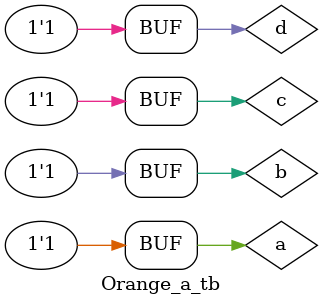
<source format=sv>
module Orange_a_tb();
reg a, b, c, d;
wire y;

Orange_a DUT0 (.a(a), .b(b), .c(c), .d(d), .y(y));

initial begin
    a=1'b0; b=1'b0; c=1'b0; d=1'b0; #10;
    a=1'b0; b=1'b0; c=1'b0; d=1'b1; #10;
    a=1'b0; b=1'b0; c=1'b1; d=1'b0; #10;
    a=1'b0; b=1'b0; c=1'b1; d=1'b1; #10;
    a=1'b0; b=1'b1; c=1'b0; d=1'b0; #10;
    a=1'b0; b=1'b1; c=1'b0; d=1'b1; #10;
    a=1'b0; b=1'b1; c=1'b1; d=1'b0; #10;
    a=1'b0; b=1'b1; c=1'b1; d=1'b1; #10;
    a=1'b1; b=1'b0; c=1'b0; d=1'b0; #10;
    a=1'b1; b=1'b0; c=1'b0; d=1'b1; #10;
    a=1'b1; b=1'b0; c=1'b1; d=1'b0; #10;
    a=1'b1; b=1'b0; c=1'b1; d=1'b1; #10;
    a=1'b1; b=1'b1; c=1'b0; d=1'b0; #10;
    a=1'b1; b=1'b1; c=1'b0; d=1'b1; #10;
    a=1'b1; b=1'b1; c=1'b1; d=1'b0; #10;
    a=1'b1; b=1'b1; c=1'b1; d=1'b1; #10;
end
endmodule
</source>
